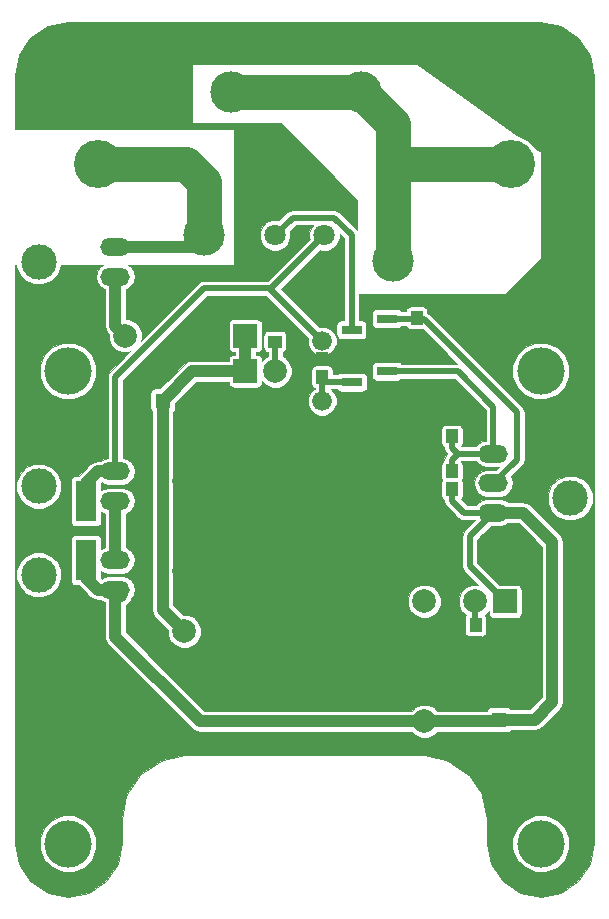
<source format=gbr>
G04 #@! TF.FileFunction,Copper,L2,Bot,Signal*
%FSLAX46Y46*%
G04 Gerber Fmt 4.6, Leading zero omitted, Abs format (unit mm)*
G04 Created by KiCad (PCBNEW 4.0.6) date 03/31/17 17:09:16*
%MOMM*%
%LPD*%
G01*
G04 APERTURE LIST*
%ADD10C,0.100000*%
%ADD11C,1.300000*%
%ADD12R,1.300000X1.300000*%
%ADD13R,1.800860X3.500120*%
%ADD14C,4.064000*%
%ADD15O,2.500000X1.500000*%
%ADD16C,3.000000*%
%ADD17R,1.800860X0.800100*%
%ADD18C,3.500000*%
%ADD19C,1.800000*%
%ADD20C,1.998980*%
%ADD21R,1.998980X1.998980*%
%ADD22R,2.000000X2.000000*%
%ADD23C,2.000000*%
%ADD24C,1.676400*%
%ADD25R,1.000000X1.150000*%
%ADD26R,1.150000X1.000000*%
%ADD27C,4.000000*%
%ADD28C,0.500000*%
%ADD29C,1.000000*%
%ADD30C,0.250000*%
%ADD31C,3.000000*%
%ADD32C,0.026000*%
G04 APERTURE END LIST*
D10*
D11*
X16500000Y-32500000D03*
D12*
X13000000Y-32500000D03*
D11*
X41500000Y-57000000D03*
D12*
X41500000Y-59500000D03*
D13*
X6500000Y-45999360D03*
X6500000Y-41000640D03*
D14*
X7500000Y-12500000D03*
X7500000Y-5000000D03*
X42500000Y-12500000D03*
X42500000Y-5000000D03*
D15*
X9000000Y-46000000D03*
X9000000Y-48500000D03*
D16*
X2500000Y-47250000D03*
D15*
X9000000Y-38500000D03*
X9000000Y-41000000D03*
D16*
X2500000Y-39750000D03*
D15*
X41000000Y-44500000D03*
X41000000Y-42000000D03*
X41000000Y-39500000D03*
X41000000Y-37000000D03*
D16*
X47500000Y-40750000D03*
D17*
X32001140Y-25550000D03*
X32001140Y-27450000D03*
X28998860Y-26500000D03*
X28998860Y-30950000D03*
X28998860Y-29050000D03*
X32001140Y-30000000D03*
D18*
X16500000Y-18500000D03*
D19*
X26700000Y-18500000D03*
X22500000Y-18500000D03*
D18*
X32500000Y-20700000D03*
X18800000Y-6400000D03*
X29800000Y-6400000D03*
D15*
X9000000Y-19500000D03*
X9000000Y-22000000D03*
D16*
X2500000Y-20750000D03*
D20*
X9840000Y-27002540D03*
D21*
X20000000Y-27002540D03*
D22*
X20000000Y-30000000D03*
D23*
X22540000Y-30000000D03*
D22*
X42000000Y-49500000D03*
D23*
X39460000Y-49500000D03*
D24*
X26500000Y-32540000D03*
X26500000Y-27460000D03*
D23*
X14840000Y-52040000D03*
X14840000Y-46960000D03*
X14840000Y-39340000D03*
X35160000Y-39340000D03*
X35160000Y-49500000D03*
X35160000Y-59660000D03*
D25*
X34500000Y-25500000D03*
X34500000Y-27000000D03*
X26500000Y-29000000D03*
X26500000Y-30500000D03*
X37500000Y-40000000D03*
X37500000Y-38500000D03*
X37500000Y-35500000D03*
X37500000Y-34000000D03*
D26*
X22500000Y-27500000D03*
X24000000Y-27500000D03*
D25*
X39500000Y-51500000D03*
X39500000Y-53000000D03*
D27*
X45000000Y-70000000D03*
X5000000Y-70000000D03*
X5000000Y-30000000D03*
X45000000Y-30000000D03*
D28*
X30500000Y-27500000D02*
X30500000Y-24500000D01*
X30500000Y-24500000D02*
X31000000Y-24000000D01*
X43000000Y-24000000D02*
X47000000Y-20000000D01*
X31000000Y-24000000D02*
X43000000Y-24000000D01*
X24500000Y-29000000D02*
X24500000Y-31500000D01*
X23500000Y-32500000D02*
X16500000Y-32500000D01*
X24500000Y-31500000D02*
X23500000Y-32500000D01*
X24000000Y-27500000D02*
X24000000Y-28500000D01*
X24500000Y-29000000D02*
X26500000Y-29000000D01*
X24000000Y-28500000D02*
X24500000Y-29000000D01*
X39500000Y-53000000D02*
X39500000Y-57000000D01*
X39500000Y-57000000D02*
X39500000Y-56500000D01*
X39500000Y-56500000D02*
X39500000Y-57000000D01*
X37500000Y-34000000D02*
X36000000Y-34000000D01*
X35160000Y-34840000D02*
X35160000Y-39340000D01*
X36000000Y-34000000D02*
X35160000Y-34840000D01*
X34500000Y-27000000D02*
X34050000Y-27450000D01*
X34050000Y-27450000D02*
X32001140Y-27450000D01*
D29*
X41500000Y-57000000D02*
X39500000Y-57000000D01*
X39500000Y-57000000D02*
X39500000Y-57000000D01*
X39500000Y-57000000D02*
X24880000Y-57000000D01*
X24880000Y-57000000D02*
X14840000Y-46960000D01*
X43500000Y-44500000D02*
X44500000Y-45500000D01*
X44500000Y-45500000D02*
X44500000Y-56000000D01*
X43500000Y-57000000D02*
X41500000Y-57000000D01*
X44500000Y-56000000D02*
X43500000Y-57000000D01*
X41000000Y-44500000D02*
X43500000Y-44500000D01*
X35160000Y-39340000D02*
X31500000Y-39340000D01*
X31500000Y-39340000D02*
X14840000Y-39340000D01*
X14840000Y-46960000D02*
X14840000Y-39340000D01*
X14840000Y-39340000D02*
X16500000Y-37680000D01*
X16500000Y-37680000D02*
X16500000Y-32500000D01*
D28*
X30500000Y-28000000D02*
X30500000Y-27500000D01*
X47000000Y-9500000D02*
X42500000Y-5000000D01*
X47000000Y-20000000D02*
X47000000Y-9500000D01*
D29*
X28998860Y-29050000D02*
X29450000Y-29050000D01*
X29450000Y-29050000D02*
X30500000Y-28000000D01*
X30500000Y-28000000D02*
X31050000Y-27450000D01*
X31050000Y-27450000D02*
X32001140Y-27450000D01*
X26500000Y-29100000D02*
X28948860Y-29100000D01*
X28948860Y-29100000D02*
X28998860Y-29050000D01*
D28*
X26550000Y-29050000D02*
X26500000Y-29100000D01*
D30*
X31550000Y-27450000D02*
X32001140Y-27450000D01*
D31*
X7500000Y-5000000D02*
X10000000Y-2500000D01*
X40000000Y-2500000D02*
X42500000Y-5000000D01*
X10000000Y-2500000D02*
X40000000Y-2500000D01*
D29*
X13000000Y-32500000D02*
X13000000Y-50200000D01*
X13000000Y-50200000D02*
X14840000Y-52040000D01*
X13000000Y-32500000D02*
X15500000Y-30000000D01*
X15500000Y-30000000D02*
X20000000Y-30000000D01*
X20000000Y-27002540D02*
X20000000Y-30000000D01*
D28*
X41000000Y-42000000D02*
X38500000Y-42000000D01*
X37500000Y-41000000D02*
X37500000Y-40000000D01*
X38500000Y-42000000D02*
X37500000Y-41000000D01*
X42000000Y-49500000D02*
X39000000Y-46500000D01*
X39000000Y-44000000D02*
X41000000Y-42000000D01*
X39000000Y-46500000D02*
X39000000Y-44000000D01*
D29*
X41500000Y-59500000D02*
X44500000Y-59500000D01*
X46000000Y-58000000D02*
X46000000Y-44500000D01*
X44500000Y-59500000D02*
X46000000Y-58000000D01*
X43500000Y-42000000D02*
X41000000Y-42000000D01*
X46000000Y-44500000D02*
X43500000Y-42000000D01*
X41340000Y-59660000D02*
X41500000Y-59500000D01*
X35160000Y-59660000D02*
X41340000Y-59660000D01*
X35160000Y-59660000D02*
X16160000Y-59660000D01*
X9000000Y-52500000D02*
X9000000Y-48500000D01*
X16160000Y-59660000D02*
X9000000Y-52500000D01*
X9000000Y-48500000D02*
X9500000Y-49000000D01*
X6500000Y-45999360D02*
X6500000Y-47500000D01*
X7500000Y-48500000D02*
X9000000Y-48500000D01*
X6500000Y-47500000D02*
X7500000Y-48500000D01*
D28*
X22040000Y-23000000D02*
X22200000Y-23000000D01*
X22200000Y-23000000D02*
X26700000Y-18500000D01*
X9000000Y-38500000D02*
X9000000Y-30500000D01*
X22040000Y-23000000D02*
X26500000Y-27460000D01*
X16500000Y-23000000D02*
X22040000Y-23000000D01*
X9000000Y-30500000D02*
X16500000Y-23000000D01*
D29*
X6500000Y-41000640D02*
X6500000Y-39500000D01*
X6500000Y-39500000D02*
X7500000Y-38500000D01*
X7500000Y-38500000D02*
X9000000Y-38500000D01*
X9000000Y-19500000D02*
X15500000Y-19500000D01*
X15500000Y-19500000D02*
X16500000Y-18500000D01*
D31*
X7500000Y-12500000D02*
X15000000Y-12500000D01*
X16500000Y-14000000D02*
X16500000Y-18500000D01*
X15000000Y-12500000D02*
X16500000Y-14000000D01*
D28*
X22540000Y-30000000D02*
X22540000Y-27540000D01*
X22540000Y-27540000D02*
X22500000Y-27500000D01*
X22540000Y-27560000D02*
X22600000Y-27500000D01*
X39460000Y-49500000D02*
X39460000Y-51460000D01*
X39460000Y-51460000D02*
X39500000Y-51500000D01*
X39460000Y-51560000D02*
X39500000Y-51600000D01*
D31*
X42500000Y-12500000D02*
X32500000Y-12500000D01*
X29800000Y-6400000D02*
X32500000Y-9100000D01*
X32500000Y-9100000D02*
X32500000Y-12500000D01*
X32500000Y-12500000D02*
X32500000Y-20700000D01*
X18800000Y-6400000D02*
X29800000Y-6400000D01*
D29*
X9000000Y-41000000D02*
X9000000Y-46000000D01*
D28*
X43000000Y-33500000D02*
X43000000Y-37500000D01*
X35100000Y-25600000D02*
X43000000Y-33500000D01*
X34500000Y-25600000D02*
X35100000Y-25600000D01*
X43000000Y-37500000D02*
X41000000Y-39500000D01*
X32001140Y-25550000D02*
X34450000Y-25550000D01*
X34450000Y-25550000D02*
X34500000Y-25600000D01*
X37500000Y-35500000D02*
X37500000Y-36500000D01*
X37500000Y-36500000D02*
X38000000Y-37000000D01*
X37500000Y-38500000D02*
X37500000Y-37500000D01*
X38000000Y-37000000D02*
X41000000Y-37000000D01*
X37500000Y-37500000D02*
X38000000Y-37000000D01*
X41000000Y-37000000D02*
X41000000Y-33000000D01*
X38000000Y-30000000D02*
X41000000Y-33000000D01*
X38000000Y-30000000D02*
X32001140Y-30000000D01*
X28998860Y-26500000D02*
X28998860Y-18498860D01*
X24000000Y-17000000D02*
X22500000Y-18500000D01*
X27500000Y-17000000D02*
X24000000Y-17000000D01*
X28998860Y-18498860D02*
X27500000Y-17000000D01*
X26500000Y-32540000D02*
X26500000Y-30900000D01*
X26500000Y-30900000D02*
X28948860Y-30900000D01*
X28948860Y-30900000D02*
X28998860Y-30950000D01*
D29*
X9000000Y-22000000D02*
X9000000Y-26162540D01*
X9000000Y-26162540D02*
X9840000Y-27002540D01*
D32*
G36*
X46730813Y-821449D02*
X48198125Y-1801875D01*
X49178551Y-3269187D01*
X49532000Y-5046096D01*
X49532000Y-69953904D01*
X49178551Y-71730813D01*
X48198125Y-73198125D01*
X46730813Y-74178551D01*
X45000000Y-74522831D01*
X43269187Y-74178551D01*
X41801875Y-73198125D01*
X40821449Y-71730813D01*
X40571436Y-70473909D01*
X42606585Y-70473909D01*
X42970130Y-71353755D01*
X43642704Y-72027504D01*
X44521915Y-72392584D01*
X45473909Y-72393415D01*
X46353755Y-72029870D01*
X47027504Y-71357296D01*
X47392584Y-70478085D01*
X47393415Y-69526091D01*
X47029870Y-68646245D01*
X46357296Y-67972496D01*
X45478085Y-67607416D01*
X44526091Y-67606585D01*
X43646245Y-67970130D01*
X42972496Y-68642704D01*
X42607416Y-69521915D01*
X42606585Y-70473909D01*
X40571436Y-70473909D01*
X40468000Y-69953904D01*
X40468000Y-68000000D01*
X40459008Y-67954794D01*
X40459008Y-67908698D01*
X40078406Y-65995281D01*
X40008526Y-65826576D01*
X38924662Y-64204459D01*
X38795541Y-64075338D01*
X37173424Y-62991474D01*
X37004719Y-62921594D01*
X35091302Y-62540992D01*
X35045206Y-62540992D01*
X35000000Y-62532000D01*
X15000000Y-62532000D01*
X14954794Y-62540992D01*
X14908698Y-62540992D01*
X12995281Y-62921594D01*
X12826576Y-62991474D01*
X11204459Y-64075338D01*
X11075338Y-64204459D01*
X9991474Y-65826576D01*
X9921594Y-65995281D01*
X9540992Y-67908698D01*
X9540992Y-67954794D01*
X9532000Y-68000000D01*
X9532000Y-69953904D01*
X9178551Y-71730813D01*
X8198125Y-73198125D01*
X6730813Y-74178551D01*
X5000000Y-74522831D01*
X3269187Y-74178551D01*
X1801875Y-73198125D01*
X821449Y-71730813D01*
X571436Y-70473909D01*
X2606585Y-70473909D01*
X2970130Y-71353755D01*
X3642704Y-72027504D01*
X4521915Y-72392584D01*
X5473909Y-72393415D01*
X6353755Y-72029870D01*
X7027504Y-71357296D01*
X7392584Y-70478085D01*
X7393415Y-69526091D01*
X7029870Y-68646245D01*
X6357296Y-67972496D01*
X5478085Y-67607416D01*
X4526091Y-67606585D01*
X3646245Y-67970130D01*
X2972496Y-68642704D01*
X2607416Y-69521915D01*
X2606585Y-70473909D01*
X571436Y-70473909D01*
X468000Y-69953904D01*
X468000Y-47624889D01*
X606672Y-47624889D01*
X894257Y-48320897D01*
X1426302Y-48853871D01*
X2121807Y-49142671D01*
X2874889Y-49143328D01*
X3570897Y-48855743D01*
X4103871Y-48323698D01*
X4392671Y-47628193D01*
X4393328Y-46875111D01*
X4105743Y-46179103D01*
X3573698Y-45646129D01*
X2878193Y-45357329D01*
X2125111Y-45356672D01*
X1429103Y-45644257D01*
X896129Y-46176302D01*
X607329Y-46871807D01*
X606672Y-47624889D01*
X468000Y-47624889D01*
X468000Y-40124889D01*
X606672Y-40124889D01*
X894257Y-40820897D01*
X1426302Y-41353871D01*
X2121807Y-41642671D01*
X2874889Y-41643328D01*
X3570897Y-41355743D01*
X4103871Y-40823698D01*
X4392671Y-40128193D01*
X4393328Y-39375111D01*
X4105743Y-38679103D01*
X3573698Y-38146129D01*
X2878193Y-37857329D01*
X2125111Y-37856672D01*
X1429103Y-38144257D01*
X896129Y-38676302D01*
X607329Y-39371807D01*
X606672Y-40124889D01*
X468000Y-40124889D01*
X468000Y-30473909D01*
X2606585Y-30473909D01*
X2970130Y-31353755D01*
X3642704Y-32027504D01*
X4521915Y-32392584D01*
X5473909Y-32393415D01*
X6353755Y-32029870D01*
X7027504Y-31357296D01*
X7392584Y-30478085D01*
X7393415Y-29526091D01*
X7029870Y-28646245D01*
X6357296Y-27972496D01*
X5478085Y-27607416D01*
X4526091Y-27606585D01*
X3646245Y-27970130D01*
X2972496Y-28642704D01*
X2607416Y-29521915D01*
X2606585Y-30473909D01*
X468000Y-30473909D01*
X468000Y-21013000D01*
X606770Y-21013000D01*
X606672Y-21124889D01*
X894257Y-21820897D01*
X1426302Y-22353871D01*
X2121807Y-22642671D01*
X2874889Y-22643328D01*
X3570897Y-22355743D01*
X4103871Y-21823698D01*
X4392671Y-21128193D01*
X4392771Y-21013000D01*
X7927148Y-21013000D01*
X7659589Y-21191777D01*
X7411818Y-21562593D01*
X7324812Y-22000000D01*
X7411818Y-22437407D01*
X7659589Y-22808223D01*
X8030405Y-23055994D01*
X8107000Y-23071230D01*
X8107000Y-26162540D01*
X8163012Y-26444130D01*
X8174976Y-26504276D01*
X8368554Y-26793986D01*
X8447623Y-26873055D01*
X8447269Y-27278308D01*
X8658816Y-27790291D01*
X9050188Y-28182347D01*
X9561802Y-28394787D01*
X10115768Y-28395271D01*
X10251453Y-28339207D01*
X8545330Y-30045330D01*
X8405945Y-30253934D01*
X8388480Y-30341736D01*
X8357000Y-30500000D01*
X8357000Y-37379042D01*
X8030405Y-37444006D01*
X7786467Y-37607000D01*
X7500000Y-37607000D01*
X7158264Y-37674976D01*
X6868554Y-37868553D01*
X5887227Y-38849881D01*
X5599570Y-38849881D01*
X5453933Y-38877284D01*
X5320174Y-38963356D01*
X5230440Y-39094686D01*
X5198871Y-39250580D01*
X5198871Y-42750700D01*
X5226274Y-42896337D01*
X5312346Y-43030096D01*
X5443676Y-43119830D01*
X5599570Y-43151399D01*
X7400430Y-43151399D01*
X7546067Y-43123996D01*
X7679826Y-43037924D01*
X7769560Y-42906594D01*
X7801129Y-42750700D01*
X7801129Y-41902797D01*
X8030405Y-42055994D01*
X8107000Y-42071230D01*
X8107000Y-44928770D01*
X8030405Y-44944006D01*
X7801129Y-45097203D01*
X7801129Y-44249300D01*
X7773726Y-44103663D01*
X7687654Y-43969904D01*
X7556324Y-43880170D01*
X7400430Y-43848601D01*
X5599570Y-43848601D01*
X5453933Y-43876004D01*
X5320174Y-43962076D01*
X5230440Y-44093406D01*
X5198871Y-44249300D01*
X5198871Y-47749420D01*
X5226274Y-47895057D01*
X5312346Y-48028816D01*
X5443676Y-48118550D01*
X5599570Y-48150119D01*
X5887227Y-48150119D01*
X6868554Y-49131447D01*
X7158264Y-49325024D01*
X7500000Y-49393000D01*
X7786467Y-49393000D01*
X8030405Y-49555994D01*
X8107000Y-49571230D01*
X8107000Y-52500000D01*
X8141103Y-52671446D01*
X8174976Y-52841736D01*
X8368554Y-53131446D01*
X15528554Y-60291446D01*
X15818264Y-60485024D01*
X16160000Y-60553000D01*
X34083161Y-60553000D01*
X34369899Y-60840239D01*
X34881700Y-61052757D01*
X35435869Y-61053241D01*
X35948040Y-60841616D01*
X36237160Y-60553000D01*
X41340000Y-60553000D01*
X41351568Y-60550699D01*
X42150000Y-60550699D01*
X42295637Y-60523296D01*
X42429396Y-60437224D01*
X42459613Y-60393000D01*
X44500000Y-60393000D01*
X44841736Y-60325024D01*
X45131446Y-60131446D01*
X46631446Y-58631447D01*
X46825024Y-58341736D01*
X46893000Y-58000000D01*
X46893000Y-44500000D01*
X46825024Y-44158264D01*
X46631446Y-43868554D01*
X44131446Y-41368554D01*
X43841736Y-41174976D01*
X43589934Y-41124889D01*
X45606672Y-41124889D01*
X45894257Y-41820897D01*
X46426302Y-42353871D01*
X47121807Y-42642671D01*
X47874889Y-42643328D01*
X48570897Y-42355743D01*
X49103871Y-41823698D01*
X49392671Y-41128193D01*
X49393328Y-40375111D01*
X49105743Y-39679103D01*
X48573698Y-39146129D01*
X47878193Y-38857329D01*
X47125111Y-38856672D01*
X46429103Y-39144257D01*
X45896129Y-39676302D01*
X45607329Y-40371807D01*
X45606672Y-41124889D01*
X43589934Y-41124889D01*
X43500000Y-41107000D01*
X42213533Y-41107000D01*
X41969595Y-40944006D01*
X41532188Y-40857000D01*
X40467812Y-40857000D01*
X40030405Y-40944006D01*
X39659589Y-41191777D01*
X39549191Y-41357000D01*
X38766339Y-41357000D01*
X38274630Y-40865291D01*
X38279396Y-40862224D01*
X38369130Y-40730894D01*
X38400699Y-40575000D01*
X38400699Y-39425000D01*
X38373296Y-39279363D01*
X38355213Y-39251262D01*
X38369130Y-39230894D01*
X38400699Y-39075000D01*
X38400699Y-37925000D01*
X38373296Y-37779363D01*
X38287224Y-37645604D01*
X38283413Y-37643000D01*
X39549191Y-37643000D01*
X39659589Y-37808223D01*
X40030405Y-38055994D01*
X40467812Y-38143000D01*
X41447660Y-38143000D01*
X41233660Y-38357000D01*
X40467812Y-38357000D01*
X40030405Y-38444006D01*
X39659589Y-38691777D01*
X39411818Y-39062593D01*
X39324812Y-39500000D01*
X39411818Y-39937407D01*
X39659589Y-40308223D01*
X40030405Y-40555994D01*
X40467812Y-40643000D01*
X41532188Y-40643000D01*
X41969595Y-40555994D01*
X42340411Y-40308223D01*
X42588182Y-39937407D01*
X42675188Y-39500000D01*
X42588182Y-39062593D01*
X42491477Y-38917863D01*
X43454670Y-37954670D01*
X43571806Y-37779363D01*
X43594055Y-37746065D01*
X43643000Y-37500000D01*
X43643000Y-33500000D01*
X43594055Y-33253935D01*
X43454670Y-33045330D01*
X40883249Y-30473909D01*
X42606585Y-30473909D01*
X42970130Y-31353755D01*
X43642704Y-32027504D01*
X44521915Y-32392584D01*
X45473909Y-32393415D01*
X46353755Y-32029870D01*
X47027504Y-31357296D01*
X47392584Y-30478085D01*
X47393415Y-29526091D01*
X47029870Y-28646245D01*
X46357296Y-27972496D01*
X45478085Y-27607416D01*
X44526091Y-27606585D01*
X43646245Y-27970130D01*
X42972496Y-28642704D01*
X42607416Y-29521915D01*
X42606585Y-30473909D01*
X40883249Y-30473909D01*
X35554670Y-25145330D01*
X35400699Y-25042450D01*
X35400699Y-24925000D01*
X35373296Y-24779363D01*
X35287224Y-24645604D01*
X35155894Y-24555870D01*
X35000000Y-24524301D01*
X34000000Y-24524301D01*
X33854363Y-24551704D01*
X33720604Y-24637776D01*
X33630870Y-24769106D01*
X33602946Y-24907000D01*
X33212246Y-24907000D01*
X33188794Y-24870554D01*
X33057464Y-24780820D01*
X32901570Y-24749251D01*
X31100710Y-24749251D01*
X30955073Y-24776654D01*
X30821314Y-24862726D01*
X30731580Y-24994056D01*
X30700011Y-25149950D01*
X30700011Y-25950050D01*
X30727414Y-26095687D01*
X30813486Y-26229446D01*
X30944816Y-26319180D01*
X31100710Y-26350749D01*
X32901570Y-26350749D01*
X33047207Y-26323346D01*
X33180966Y-26237274D01*
X33211217Y-26193000D01*
X33621504Y-26193000D01*
X33626704Y-26220637D01*
X33712776Y-26354396D01*
X33844106Y-26444130D01*
X34000000Y-26475699D01*
X35000000Y-26475699D01*
X35055850Y-26465190D01*
X37947660Y-29357000D01*
X33212246Y-29357000D01*
X33188794Y-29320554D01*
X33057464Y-29230820D01*
X32901570Y-29199251D01*
X31100710Y-29199251D01*
X30955073Y-29226654D01*
X30821314Y-29312726D01*
X30731580Y-29444056D01*
X30700011Y-29599950D01*
X30700011Y-30400050D01*
X30727414Y-30545687D01*
X30813486Y-30679446D01*
X30944816Y-30769180D01*
X31100710Y-30800749D01*
X32901570Y-30800749D01*
X33047207Y-30773346D01*
X33180966Y-30687274D01*
X33211217Y-30643000D01*
X37733660Y-30643000D01*
X40357000Y-33266339D01*
X40357000Y-35879042D01*
X40030405Y-35944006D01*
X39659589Y-36191777D01*
X39549191Y-36357000D01*
X38282965Y-36357000D01*
X38369130Y-36230894D01*
X38400699Y-36075000D01*
X38400699Y-34925000D01*
X38373296Y-34779363D01*
X38287224Y-34645604D01*
X38155894Y-34555870D01*
X38000000Y-34524301D01*
X37000000Y-34524301D01*
X36854363Y-34551704D01*
X36720604Y-34637776D01*
X36630870Y-34769106D01*
X36599301Y-34925000D01*
X36599301Y-36075000D01*
X36626704Y-36220637D01*
X36712776Y-36354396D01*
X36844106Y-36444130D01*
X36857000Y-36446741D01*
X36857000Y-36500000D01*
X36905945Y-36746066D01*
X37045330Y-36954670D01*
X37090660Y-37000000D01*
X37045330Y-37045330D01*
X36905945Y-37253934D01*
X36905945Y-37253935D01*
X36857000Y-37500000D01*
X36857000Y-37551208D01*
X36854363Y-37551704D01*
X36720604Y-37637776D01*
X36630870Y-37769106D01*
X36599301Y-37925000D01*
X36599301Y-39075000D01*
X36626704Y-39220637D01*
X36644787Y-39248738D01*
X36630870Y-39269106D01*
X36599301Y-39425000D01*
X36599301Y-40575000D01*
X36626704Y-40720637D01*
X36712776Y-40854396D01*
X36844106Y-40944130D01*
X36857000Y-40946741D01*
X36857000Y-41000000D01*
X36905945Y-41246066D01*
X37045330Y-41454670D01*
X38045328Y-42454667D01*
X38045330Y-42454670D01*
X38149632Y-42524362D01*
X38253934Y-42594055D01*
X38500000Y-42643001D01*
X38500005Y-42643000D01*
X39447660Y-42643000D01*
X38545330Y-43545330D01*
X38405945Y-43753934D01*
X38405945Y-43753935D01*
X38357000Y-44000000D01*
X38357000Y-46500000D01*
X38405945Y-46746066D01*
X38545330Y-46954670D01*
X39697868Y-48107208D01*
X39184131Y-48106759D01*
X38671960Y-48318384D01*
X38279761Y-48709899D01*
X38067243Y-49221700D01*
X38066759Y-49775869D01*
X38278384Y-50288040D01*
X38669899Y-50680239D01*
X38686796Y-50687255D01*
X38630870Y-50769106D01*
X38599301Y-50925000D01*
X38599301Y-52075000D01*
X38626704Y-52220637D01*
X38712776Y-52354396D01*
X38844106Y-52444130D01*
X39000000Y-52475699D01*
X40000000Y-52475699D01*
X40145637Y-52448296D01*
X40279396Y-52362224D01*
X40369130Y-52230894D01*
X40400699Y-52075000D01*
X40400699Y-50925000D01*
X40373296Y-50779363D01*
X40287224Y-50645604D01*
X40285378Y-50644343D01*
X40599301Y-50330968D01*
X40599301Y-50500000D01*
X40626704Y-50645637D01*
X40712776Y-50779396D01*
X40844106Y-50869130D01*
X41000000Y-50900699D01*
X43000000Y-50900699D01*
X43145637Y-50873296D01*
X43279396Y-50787224D01*
X43369130Y-50655894D01*
X43400699Y-50500000D01*
X43400699Y-48500000D01*
X43373296Y-48354363D01*
X43287224Y-48220604D01*
X43155894Y-48130870D01*
X43000000Y-48099301D01*
X41508640Y-48099301D01*
X39643000Y-46233660D01*
X39643000Y-44266340D01*
X40766340Y-43143000D01*
X41532188Y-43143000D01*
X41969595Y-43055994D01*
X42213533Y-42893000D01*
X43130108Y-42893000D01*
X45107000Y-44869892D01*
X45107000Y-57630107D01*
X44130108Y-58607000D01*
X42460644Y-58607000D01*
X42437224Y-58570604D01*
X42305894Y-58480870D01*
X42150000Y-58449301D01*
X40850000Y-58449301D01*
X40704363Y-58476704D01*
X40570604Y-58562776D01*
X40480870Y-58694106D01*
X40466109Y-58767000D01*
X36236839Y-58767000D01*
X35950101Y-58479761D01*
X35438300Y-58267243D01*
X34884131Y-58266759D01*
X34371960Y-58478384D01*
X34082840Y-58767000D01*
X16529892Y-58767000D01*
X9893000Y-52130108D01*
X9893000Y-49790771D01*
X10131447Y-49631447D01*
X10325024Y-49341736D01*
X10330353Y-49314943D01*
X10340411Y-49308223D01*
X10588182Y-48937407D01*
X10675188Y-48500000D01*
X10588182Y-48062593D01*
X10340411Y-47691777D01*
X9969595Y-47444006D01*
X9532188Y-47357000D01*
X8467812Y-47357000D01*
X8030405Y-47444006D01*
X7836477Y-47573584D01*
X7801129Y-47538236D01*
X7801129Y-46902797D01*
X8030405Y-47055994D01*
X8467812Y-47143000D01*
X9532188Y-47143000D01*
X9969595Y-47055994D01*
X10340411Y-46808223D01*
X10588182Y-46437407D01*
X10675188Y-46000000D01*
X10588182Y-45562593D01*
X10340411Y-45191777D01*
X9969595Y-44944006D01*
X9893000Y-44928770D01*
X9893000Y-42071230D01*
X9969595Y-42055994D01*
X10340411Y-41808223D01*
X10588182Y-41437407D01*
X10675188Y-41000000D01*
X10588182Y-40562593D01*
X10340411Y-40191777D01*
X9969595Y-39944006D01*
X9532188Y-39857000D01*
X8467812Y-39857000D01*
X8030405Y-39944006D01*
X7801129Y-40097203D01*
X7801129Y-39461764D01*
X7836477Y-39426416D01*
X8030405Y-39555994D01*
X8467812Y-39643000D01*
X9532188Y-39643000D01*
X9969595Y-39555994D01*
X10340411Y-39308223D01*
X10588182Y-38937407D01*
X10675188Y-38500000D01*
X10588182Y-38062593D01*
X10340411Y-37691777D01*
X9969595Y-37444006D01*
X9643000Y-37379042D01*
X9643000Y-31850000D01*
X11949301Y-31850000D01*
X11949301Y-33150000D01*
X11976704Y-33295637D01*
X12062776Y-33429396D01*
X12107000Y-33459613D01*
X12107000Y-50200000D01*
X12166674Y-50500000D01*
X12174976Y-50541736D01*
X12368554Y-50831446D01*
X13447113Y-51910005D01*
X13446759Y-52315869D01*
X13658384Y-52828040D01*
X14049899Y-53220239D01*
X14561700Y-53432757D01*
X15115869Y-53433241D01*
X15628040Y-53221616D01*
X16020239Y-52830101D01*
X16232757Y-52318300D01*
X16233241Y-51764131D01*
X16021616Y-51251960D01*
X15630101Y-50859761D01*
X15118300Y-50647243D01*
X14709778Y-50646886D01*
X13893000Y-49830108D01*
X13893000Y-49775869D01*
X33766759Y-49775869D01*
X33978384Y-50288040D01*
X34369899Y-50680239D01*
X34881700Y-50892757D01*
X35435869Y-50893241D01*
X35948040Y-50681616D01*
X36340239Y-50290101D01*
X36552757Y-49778300D01*
X36553241Y-49224131D01*
X36341616Y-48711960D01*
X35950101Y-48319761D01*
X35438300Y-48107243D01*
X34884131Y-48106759D01*
X34371960Y-48318384D01*
X33979761Y-48709899D01*
X33767243Y-49221700D01*
X33766759Y-49775869D01*
X13893000Y-49775869D01*
X13893000Y-33460644D01*
X13929396Y-33437224D01*
X14019130Y-33305894D01*
X14050699Y-33150000D01*
X14050699Y-32783826D01*
X25268586Y-32783826D01*
X25455631Y-33236508D01*
X25801670Y-33583152D01*
X26254025Y-33770986D01*
X26743826Y-33771414D01*
X27196508Y-33584369D01*
X27543152Y-33238330D01*
X27730986Y-32785975D01*
X27731414Y-32296174D01*
X27544369Y-31843492D01*
X27244401Y-31543000D01*
X27755579Y-31543000D01*
X27811206Y-31629446D01*
X27942536Y-31719180D01*
X28098430Y-31750749D01*
X29899290Y-31750749D01*
X30044927Y-31723346D01*
X30178686Y-31637274D01*
X30268420Y-31505944D01*
X30299989Y-31350050D01*
X30299989Y-30549950D01*
X30272586Y-30404313D01*
X30186514Y-30270554D01*
X30055184Y-30180820D01*
X29899290Y-30149251D01*
X28098430Y-30149251D01*
X27952793Y-30176654D01*
X27827932Y-30257000D01*
X27400699Y-30257000D01*
X27400699Y-29925000D01*
X27373296Y-29779363D01*
X27287224Y-29645604D01*
X27155894Y-29555870D01*
X27000000Y-29524301D01*
X26000000Y-29524301D01*
X25854363Y-29551704D01*
X25720604Y-29637776D01*
X25630870Y-29769106D01*
X25599301Y-29925000D01*
X25599301Y-31075000D01*
X25626704Y-31220637D01*
X25712776Y-31354396D01*
X25844106Y-31444130D01*
X25857000Y-31446741D01*
X25857000Y-31473522D01*
X25803492Y-31495631D01*
X25456848Y-31841670D01*
X25269014Y-32294025D01*
X25268586Y-32783826D01*
X14050699Y-32783826D01*
X14050699Y-32712193D01*
X15869892Y-30893000D01*
X18599301Y-30893000D01*
X18599301Y-31000000D01*
X18626704Y-31145637D01*
X18712776Y-31279396D01*
X18844106Y-31369130D01*
X19000000Y-31400699D01*
X21000000Y-31400699D01*
X21145637Y-31373296D01*
X21279396Y-31287224D01*
X21369130Y-31155894D01*
X21400699Y-31000000D01*
X21400699Y-30830429D01*
X21749899Y-31180239D01*
X22261700Y-31392757D01*
X22815869Y-31393241D01*
X23328040Y-31181616D01*
X23720239Y-30790101D01*
X23932757Y-30278300D01*
X23933241Y-29724131D01*
X23721616Y-29211960D01*
X23330101Y-28819761D01*
X23183000Y-28758679D01*
X23183000Y-28380378D01*
X23220637Y-28373296D01*
X23354396Y-28287224D01*
X23444130Y-28155894D01*
X23475699Y-28000000D01*
X23475699Y-27000000D01*
X23448296Y-26854363D01*
X23362224Y-26720604D01*
X23230894Y-26630870D01*
X23075000Y-26599301D01*
X21925000Y-26599301D01*
X21779363Y-26626704D01*
X21645604Y-26712776D01*
X21555870Y-26844106D01*
X21524301Y-27000000D01*
X21524301Y-28000000D01*
X21551704Y-28145637D01*
X21637776Y-28279396D01*
X21769106Y-28369130D01*
X21897000Y-28395029D01*
X21897000Y-28758455D01*
X21751960Y-28818384D01*
X21400699Y-29169032D01*
X21400699Y-29000000D01*
X21373296Y-28854363D01*
X21287224Y-28720604D01*
X21155894Y-28630870D01*
X21000000Y-28599301D01*
X20893000Y-28599301D01*
X20893000Y-28402729D01*
X20999490Y-28402729D01*
X21145127Y-28375326D01*
X21278886Y-28289254D01*
X21368620Y-28157924D01*
X21400189Y-28002030D01*
X21400189Y-26003050D01*
X21372786Y-25857413D01*
X21286714Y-25723654D01*
X21155384Y-25633920D01*
X20999490Y-25602351D01*
X19000510Y-25602351D01*
X18854873Y-25629754D01*
X18721114Y-25715826D01*
X18631380Y-25847156D01*
X18599811Y-26003050D01*
X18599811Y-28002030D01*
X18627214Y-28147667D01*
X18713286Y-28281426D01*
X18844616Y-28371160D01*
X19000510Y-28402729D01*
X19107000Y-28402729D01*
X19107000Y-28599301D01*
X19000000Y-28599301D01*
X18854363Y-28626704D01*
X18720604Y-28712776D01*
X18630870Y-28844106D01*
X18599301Y-29000000D01*
X18599301Y-29107000D01*
X15500000Y-29107000D01*
X15158264Y-29174976D01*
X14868554Y-29368554D01*
X12787807Y-31449301D01*
X12350000Y-31449301D01*
X12204363Y-31476704D01*
X12070604Y-31562776D01*
X11980870Y-31694106D01*
X11949301Y-31850000D01*
X9643000Y-31850000D01*
X9643000Y-30766340D01*
X16766339Y-23643000D01*
X21773660Y-23643000D01*
X25291216Y-27160556D01*
X25269014Y-27214025D01*
X25268586Y-27703826D01*
X25455631Y-28156508D01*
X25801670Y-28503152D01*
X26254025Y-28690986D01*
X26743826Y-28691414D01*
X27196508Y-28504369D01*
X27543152Y-28158330D01*
X27730986Y-27705975D01*
X27731414Y-27216174D01*
X27544369Y-26763492D01*
X27198330Y-26416848D01*
X26745975Y-26229014D01*
X26256174Y-26228586D01*
X26200804Y-26251465D01*
X23029340Y-23080000D01*
X26353274Y-19756066D01*
X26441678Y-19792775D01*
X26956065Y-19793224D01*
X27431469Y-19596791D01*
X27795513Y-19233382D01*
X27992775Y-18758322D01*
X27993086Y-18402426D01*
X28355860Y-18765200D01*
X28355860Y-25699251D01*
X28098430Y-25699251D01*
X27952793Y-25726654D01*
X27819034Y-25812726D01*
X27729300Y-25944056D01*
X27697731Y-26099950D01*
X27697731Y-26900050D01*
X27725134Y-27045687D01*
X27811206Y-27179446D01*
X27942536Y-27269180D01*
X28098430Y-27300749D01*
X29899290Y-27300749D01*
X30044927Y-27273346D01*
X30178686Y-27187274D01*
X30268420Y-27055944D01*
X30299989Y-26900050D01*
X30299989Y-26099950D01*
X30272586Y-25954313D01*
X30186514Y-25820554D01*
X30055184Y-25730820D01*
X29899290Y-25699251D01*
X29641860Y-25699251D01*
X29641860Y-23513000D01*
X42000000Y-23513000D01*
X42005058Y-23511976D01*
X42009192Y-23509192D01*
X45009192Y-20509192D01*
X45012045Y-20504892D01*
X45013000Y-20500000D01*
X45013000Y-11500000D01*
X45011976Y-11494942D01*
X45007556Y-11489421D01*
X44580147Y-11184129D01*
X44557014Y-11128142D01*
X43875446Y-10445383D01*
X43088325Y-10118542D01*
X34507556Y-3989421D01*
X34502845Y-3987315D01*
X34500000Y-3987000D01*
X15500000Y-3987000D01*
X15494942Y-3988024D01*
X15490681Y-3990935D01*
X15487889Y-3995275D01*
X15487000Y-4000000D01*
X15487000Y-9000000D01*
X15488024Y-9005058D01*
X15490935Y-9009319D01*
X15495275Y-9012111D01*
X15500000Y-9013000D01*
X22994616Y-9013000D01*
X29487000Y-15505384D01*
X29487000Y-18094282D01*
X29453530Y-18044190D01*
X27954670Y-16545330D01*
X27746066Y-16405945D01*
X27500000Y-16357000D01*
X24000000Y-16357000D01*
X23753935Y-16405945D01*
X23545330Y-16545330D01*
X23545328Y-16545333D01*
X22846727Y-17243934D01*
X22758322Y-17207225D01*
X22243935Y-17206776D01*
X21768531Y-17403209D01*
X21404487Y-17766618D01*
X21207225Y-18241678D01*
X21206776Y-18756065D01*
X21403209Y-19231469D01*
X21766618Y-19595513D01*
X22241678Y-19792775D01*
X22756065Y-19793224D01*
X23231469Y-19596791D01*
X23595513Y-19233382D01*
X23792775Y-18758322D01*
X23793224Y-18243935D01*
X23755852Y-18153488D01*
X24266339Y-17643000D01*
X25728321Y-17643000D01*
X25604487Y-17766618D01*
X25407225Y-18241678D01*
X25406776Y-18756065D01*
X25444148Y-18846512D01*
X21933660Y-22357000D01*
X16500005Y-22357000D01*
X16500000Y-22356999D01*
X16253934Y-22405945D01*
X16189642Y-22448904D01*
X16045330Y-22545330D01*
X16045328Y-22545333D01*
X11177091Y-27413570D01*
X11232247Y-27280738D01*
X11232731Y-26726772D01*
X11021184Y-26214789D01*
X10629812Y-25822733D01*
X10118198Y-25610293D01*
X9893000Y-25610096D01*
X9893000Y-23071230D01*
X9969595Y-23055994D01*
X10340411Y-22808223D01*
X10588182Y-22437407D01*
X10675188Y-22000000D01*
X10588182Y-21562593D01*
X10340411Y-21191777D01*
X10072852Y-21013000D01*
X19000000Y-21013000D01*
X19005058Y-21011976D01*
X19009319Y-21009065D01*
X19012111Y-21004725D01*
X19013000Y-21000000D01*
X19013000Y-9500000D01*
X19011976Y-9494942D01*
X19009065Y-9490681D01*
X19004725Y-9487889D01*
X19000000Y-9487000D01*
X468000Y-9487000D01*
X468000Y-5046096D01*
X821449Y-3269187D01*
X1801875Y-1801875D01*
X3269187Y-821449D01*
X5046096Y-468000D01*
X44953904Y-468000D01*
X46730813Y-821449D01*
X46730813Y-821449D01*
G37*
X46730813Y-821449D02*
X48198125Y-1801875D01*
X49178551Y-3269187D01*
X49532000Y-5046096D01*
X49532000Y-69953904D01*
X49178551Y-71730813D01*
X48198125Y-73198125D01*
X46730813Y-74178551D01*
X45000000Y-74522831D01*
X43269187Y-74178551D01*
X41801875Y-73198125D01*
X40821449Y-71730813D01*
X40571436Y-70473909D01*
X42606585Y-70473909D01*
X42970130Y-71353755D01*
X43642704Y-72027504D01*
X44521915Y-72392584D01*
X45473909Y-72393415D01*
X46353755Y-72029870D01*
X47027504Y-71357296D01*
X47392584Y-70478085D01*
X47393415Y-69526091D01*
X47029870Y-68646245D01*
X46357296Y-67972496D01*
X45478085Y-67607416D01*
X44526091Y-67606585D01*
X43646245Y-67970130D01*
X42972496Y-68642704D01*
X42607416Y-69521915D01*
X42606585Y-70473909D01*
X40571436Y-70473909D01*
X40468000Y-69953904D01*
X40468000Y-68000000D01*
X40459008Y-67954794D01*
X40459008Y-67908698D01*
X40078406Y-65995281D01*
X40008526Y-65826576D01*
X38924662Y-64204459D01*
X38795541Y-64075338D01*
X37173424Y-62991474D01*
X37004719Y-62921594D01*
X35091302Y-62540992D01*
X35045206Y-62540992D01*
X35000000Y-62532000D01*
X15000000Y-62532000D01*
X14954794Y-62540992D01*
X14908698Y-62540992D01*
X12995281Y-62921594D01*
X12826576Y-62991474D01*
X11204459Y-64075338D01*
X11075338Y-64204459D01*
X9991474Y-65826576D01*
X9921594Y-65995281D01*
X9540992Y-67908698D01*
X9540992Y-67954794D01*
X9532000Y-68000000D01*
X9532000Y-69953904D01*
X9178551Y-71730813D01*
X8198125Y-73198125D01*
X6730813Y-74178551D01*
X5000000Y-74522831D01*
X3269187Y-74178551D01*
X1801875Y-73198125D01*
X821449Y-71730813D01*
X571436Y-70473909D01*
X2606585Y-70473909D01*
X2970130Y-71353755D01*
X3642704Y-72027504D01*
X4521915Y-72392584D01*
X5473909Y-72393415D01*
X6353755Y-72029870D01*
X7027504Y-71357296D01*
X7392584Y-70478085D01*
X7393415Y-69526091D01*
X7029870Y-68646245D01*
X6357296Y-67972496D01*
X5478085Y-67607416D01*
X4526091Y-67606585D01*
X3646245Y-67970130D01*
X2972496Y-68642704D01*
X2607416Y-69521915D01*
X2606585Y-70473909D01*
X571436Y-70473909D01*
X468000Y-69953904D01*
X468000Y-47624889D01*
X606672Y-47624889D01*
X894257Y-48320897D01*
X1426302Y-48853871D01*
X2121807Y-49142671D01*
X2874889Y-49143328D01*
X3570897Y-48855743D01*
X4103871Y-48323698D01*
X4392671Y-47628193D01*
X4393328Y-46875111D01*
X4105743Y-46179103D01*
X3573698Y-45646129D01*
X2878193Y-45357329D01*
X2125111Y-45356672D01*
X1429103Y-45644257D01*
X896129Y-46176302D01*
X607329Y-46871807D01*
X606672Y-47624889D01*
X468000Y-47624889D01*
X468000Y-40124889D01*
X606672Y-40124889D01*
X894257Y-40820897D01*
X1426302Y-41353871D01*
X2121807Y-41642671D01*
X2874889Y-41643328D01*
X3570897Y-41355743D01*
X4103871Y-40823698D01*
X4392671Y-40128193D01*
X4393328Y-39375111D01*
X4105743Y-38679103D01*
X3573698Y-38146129D01*
X2878193Y-37857329D01*
X2125111Y-37856672D01*
X1429103Y-38144257D01*
X896129Y-38676302D01*
X607329Y-39371807D01*
X606672Y-40124889D01*
X468000Y-40124889D01*
X468000Y-30473909D01*
X2606585Y-30473909D01*
X2970130Y-31353755D01*
X3642704Y-32027504D01*
X4521915Y-32392584D01*
X5473909Y-32393415D01*
X6353755Y-32029870D01*
X7027504Y-31357296D01*
X7392584Y-30478085D01*
X7393415Y-29526091D01*
X7029870Y-28646245D01*
X6357296Y-27972496D01*
X5478085Y-27607416D01*
X4526091Y-27606585D01*
X3646245Y-27970130D01*
X2972496Y-28642704D01*
X2607416Y-29521915D01*
X2606585Y-30473909D01*
X468000Y-30473909D01*
X468000Y-21013000D01*
X606770Y-21013000D01*
X606672Y-21124889D01*
X894257Y-21820897D01*
X1426302Y-22353871D01*
X2121807Y-22642671D01*
X2874889Y-22643328D01*
X3570897Y-22355743D01*
X4103871Y-21823698D01*
X4392671Y-21128193D01*
X4392771Y-21013000D01*
X7927148Y-21013000D01*
X7659589Y-21191777D01*
X7411818Y-21562593D01*
X7324812Y-22000000D01*
X7411818Y-22437407D01*
X7659589Y-22808223D01*
X8030405Y-23055994D01*
X8107000Y-23071230D01*
X8107000Y-26162540D01*
X8163012Y-26444130D01*
X8174976Y-26504276D01*
X8368554Y-26793986D01*
X8447623Y-26873055D01*
X8447269Y-27278308D01*
X8658816Y-27790291D01*
X9050188Y-28182347D01*
X9561802Y-28394787D01*
X10115768Y-28395271D01*
X10251453Y-28339207D01*
X8545330Y-30045330D01*
X8405945Y-30253934D01*
X8388480Y-30341736D01*
X8357000Y-30500000D01*
X8357000Y-37379042D01*
X8030405Y-37444006D01*
X7786467Y-37607000D01*
X7500000Y-37607000D01*
X7158264Y-37674976D01*
X6868554Y-37868553D01*
X5887227Y-38849881D01*
X5599570Y-38849881D01*
X5453933Y-38877284D01*
X5320174Y-38963356D01*
X5230440Y-39094686D01*
X5198871Y-39250580D01*
X5198871Y-42750700D01*
X5226274Y-42896337D01*
X5312346Y-43030096D01*
X5443676Y-43119830D01*
X5599570Y-43151399D01*
X7400430Y-43151399D01*
X7546067Y-43123996D01*
X7679826Y-43037924D01*
X7769560Y-42906594D01*
X7801129Y-42750700D01*
X7801129Y-41902797D01*
X8030405Y-42055994D01*
X8107000Y-42071230D01*
X8107000Y-44928770D01*
X8030405Y-44944006D01*
X7801129Y-45097203D01*
X7801129Y-44249300D01*
X7773726Y-44103663D01*
X7687654Y-43969904D01*
X7556324Y-43880170D01*
X7400430Y-43848601D01*
X5599570Y-43848601D01*
X5453933Y-43876004D01*
X5320174Y-43962076D01*
X5230440Y-44093406D01*
X5198871Y-44249300D01*
X5198871Y-47749420D01*
X5226274Y-47895057D01*
X5312346Y-48028816D01*
X5443676Y-48118550D01*
X5599570Y-48150119D01*
X5887227Y-48150119D01*
X6868554Y-49131447D01*
X7158264Y-49325024D01*
X7500000Y-49393000D01*
X7786467Y-49393000D01*
X8030405Y-49555994D01*
X8107000Y-49571230D01*
X8107000Y-52500000D01*
X8141103Y-52671446D01*
X8174976Y-52841736D01*
X8368554Y-53131446D01*
X15528554Y-60291446D01*
X15818264Y-60485024D01*
X16160000Y-60553000D01*
X34083161Y-60553000D01*
X34369899Y-60840239D01*
X34881700Y-61052757D01*
X35435869Y-61053241D01*
X35948040Y-60841616D01*
X36237160Y-60553000D01*
X41340000Y-60553000D01*
X41351568Y-60550699D01*
X42150000Y-60550699D01*
X42295637Y-60523296D01*
X42429396Y-60437224D01*
X42459613Y-60393000D01*
X44500000Y-60393000D01*
X44841736Y-60325024D01*
X45131446Y-60131446D01*
X46631446Y-58631447D01*
X46825024Y-58341736D01*
X46893000Y-58000000D01*
X46893000Y-44500000D01*
X46825024Y-44158264D01*
X46631446Y-43868554D01*
X44131446Y-41368554D01*
X43841736Y-41174976D01*
X43589934Y-41124889D01*
X45606672Y-41124889D01*
X45894257Y-41820897D01*
X46426302Y-42353871D01*
X47121807Y-42642671D01*
X47874889Y-42643328D01*
X48570897Y-42355743D01*
X49103871Y-41823698D01*
X49392671Y-41128193D01*
X49393328Y-40375111D01*
X49105743Y-39679103D01*
X48573698Y-39146129D01*
X47878193Y-38857329D01*
X47125111Y-38856672D01*
X46429103Y-39144257D01*
X45896129Y-39676302D01*
X45607329Y-40371807D01*
X45606672Y-41124889D01*
X43589934Y-41124889D01*
X43500000Y-41107000D01*
X42213533Y-41107000D01*
X41969595Y-40944006D01*
X41532188Y-40857000D01*
X40467812Y-40857000D01*
X40030405Y-40944006D01*
X39659589Y-41191777D01*
X39549191Y-41357000D01*
X38766339Y-41357000D01*
X38274630Y-40865291D01*
X38279396Y-40862224D01*
X38369130Y-40730894D01*
X38400699Y-40575000D01*
X38400699Y-39425000D01*
X38373296Y-39279363D01*
X38355213Y-39251262D01*
X38369130Y-39230894D01*
X38400699Y-39075000D01*
X38400699Y-37925000D01*
X38373296Y-37779363D01*
X38287224Y-37645604D01*
X38283413Y-37643000D01*
X39549191Y-37643000D01*
X39659589Y-37808223D01*
X40030405Y-38055994D01*
X40467812Y-38143000D01*
X41447660Y-38143000D01*
X41233660Y-38357000D01*
X40467812Y-38357000D01*
X40030405Y-38444006D01*
X39659589Y-38691777D01*
X39411818Y-39062593D01*
X39324812Y-39500000D01*
X39411818Y-39937407D01*
X39659589Y-40308223D01*
X40030405Y-40555994D01*
X40467812Y-40643000D01*
X41532188Y-40643000D01*
X41969595Y-40555994D01*
X42340411Y-40308223D01*
X42588182Y-39937407D01*
X42675188Y-39500000D01*
X42588182Y-39062593D01*
X42491477Y-38917863D01*
X43454670Y-37954670D01*
X43571806Y-37779363D01*
X43594055Y-37746065D01*
X43643000Y-37500000D01*
X43643000Y-33500000D01*
X43594055Y-33253935D01*
X43454670Y-33045330D01*
X40883249Y-30473909D01*
X42606585Y-30473909D01*
X42970130Y-31353755D01*
X43642704Y-32027504D01*
X44521915Y-32392584D01*
X45473909Y-32393415D01*
X46353755Y-32029870D01*
X47027504Y-31357296D01*
X47392584Y-30478085D01*
X47393415Y-29526091D01*
X47029870Y-28646245D01*
X46357296Y-27972496D01*
X45478085Y-27607416D01*
X44526091Y-27606585D01*
X43646245Y-27970130D01*
X42972496Y-28642704D01*
X42607416Y-29521915D01*
X42606585Y-30473909D01*
X40883249Y-30473909D01*
X35554670Y-25145330D01*
X35400699Y-25042450D01*
X35400699Y-24925000D01*
X35373296Y-24779363D01*
X35287224Y-24645604D01*
X35155894Y-24555870D01*
X35000000Y-24524301D01*
X34000000Y-24524301D01*
X33854363Y-24551704D01*
X33720604Y-24637776D01*
X33630870Y-24769106D01*
X33602946Y-24907000D01*
X33212246Y-24907000D01*
X33188794Y-24870554D01*
X33057464Y-24780820D01*
X32901570Y-24749251D01*
X31100710Y-24749251D01*
X30955073Y-24776654D01*
X30821314Y-24862726D01*
X30731580Y-24994056D01*
X30700011Y-25149950D01*
X30700011Y-25950050D01*
X30727414Y-26095687D01*
X30813486Y-26229446D01*
X30944816Y-26319180D01*
X31100710Y-26350749D01*
X32901570Y-26350749D01*
X33047207Y-26323346D01*
X33180966Y-26237274D01*
X33211217Y-26193000D01*
X33621504Y-26193000D01*
X33626704Y-26220637D01*
X33712776Y-26354396D01*
X33844106Y-26444130D01*
X34000000Y-26475699D01*
X35000000Y-26475699D01*
X35055850Y-26465190D01*
X37947660Y-29357000D01*
X33212246Y-29357000D01*
X33188794Y-29320554D01*
X33057464Y-29230820D01*
X32901570Y-29199251D01*
X31100710Y-29199251D01*
X30955073Y-29226654D01*
X30821314Y-29312726D01*
X30731580Y-29444056D01*
X30700011Y-29599950D01*
X30700011Y-30400050D01*
X30727414Y-30545687D01*
X30813486Y-30679446D01*
X30944816Y-30769180D01*
X31100710Y-30800749D01*
X32901570Y-30800749D01*
X33047207Y-30773346D01*
X33180966Y-30687274D01*
X33211217Y-30643000D01*
X37733660Y-30643000D01*
X40357000Y-33266339D01*
X40357000Y-35879042D01*
X40030405Y-35944006D01*
X39659589Y-36191777D01*
X39549191Y-36357000D01*
X38282965Y-36357000D01*
X38369130Y-36230894D01*
X38400699Y-36075000D01*
X38400699Y-34925000D01*
X38373296Y-34779363D01*
X38287224Y-34645604D01*
X38155894Y-34555870D01*
X38000000Y-34524301D01*
X37000000Y-34524301D01*
X36854363Y-34551704D01*
X36720604Y-34637776D01*
X36630870Y-34769106D01*
X36599301Y-34925000D01*
X36599301Y-36075000D01*
X36626704Y-36220637D01*
X36712776Y-36354396D01*
X36844106Y-36444130D01*
X36857000Y-36446741D01*
X36857000Y-36500000D01*
X36905945Y-36746066D01*
X37045330Y-36954670D01*
X37090660Y-37000000D01*
X37045330Y-37045330D01*
X36905945Y-37253934D01*
X36905945Y-37253935D01*
X36857000Y-37500000D01*
X36857000Y-37551208D01*
X36854363Y-37551704D01*
X36720604Y-37637776D01*
X36630870Y-37769106D01*
X36599301Y-37925000D01*
X36599301Y-39075000D01*
X36626704Y-39220637D01*
X36644787Y-39248738D01*
X36630870Y-39269106D01*
X36599301Y-39425000D01*
X36599301Y-40575000D01*
X36626704Y-40720637D01*
X36712776Y-40854396D01*
X36844106Y-40944130D01*
X36857000Y-40946741D01*
X36857000Y-41000000D01*
X36905945Y-41246066D01*
X37045330Y-41454670D01*
X38045328Y-42454667D01*
X38045330Y-42454670D01*
X38149632Y-42524362D01*
X38253934Y-42594055D01*
X38500000Y-42643001D01*
X38500005Y-42643000D01*
X39447660Y-42643000D01*
X38545330Y-43545330D01*
X38405945Y-43753934D01*
X38405945Y-43753935D01*
X38357000Y-44000000D01*
X38357000Y-46500000D01*
X38405945Y-46746066D01*
X38545330Y-46954670D01*
X39697868Y-48107208D01*
X39184131Y-48106759D01*
X38671960Y-48318384D01*
X38279761Y-48709899D01*
X38067243Y-49221700D01*
X38066759Y-49775869D01*
X38278384Y-50288040D01*
X38669899Y-50680239D01*
X38686796Y-50687255D01*
X38630870Y-50769106D01*
X38599301Y-50925000D01*
X38599301Y-52075000D01*
X38626704Y-52220637D01*
X38712776Y-52354396D01*
X38844106Y-52444130D01*
X39000000Y-52475699D01*
X40000000Y-52475699D01*
X40145637Y-52448296D01*
X40279396Y-52362224D01*
X40369130Y-52230894D01*
X40400699Y-52075000D01*
X40400699Y-50925000D01*
X40373296Y-50779363D01*
X40287224Y-50645604D01*
X40285378Y-50644343D01*
X40599301Y-50330968D01*
X40599301Y-50500000D01*
X40626704Y-50645637D01*
X40712776Y-50779396D01*
X40844106Y-50869130D01*
X41000000Y-50900699D01*
X43000000Y-50900699D01*
X43145637Y-50873296D01*
X43279396Y-50787224D01*
X43369130Y-50655894D01*
X43400699Y-50500000D01*
X43400699Y-48500000D01*
X43373296Y-48354363D01*
X43287224Y-48220604D01*
X43155894Y-48130870D01*
X43000000Y-48099301D01*
X41508640Y-48099301D01*
X39643000Y-46233660D01*
X39643000Y-44266340D01*
X40766340Y-43143000D01*
X41532188Y-43143000D01*
X41969595Y-43055994D01*
X42213533Y-42893000D01*
X43130108Y-42893000D01*
X45107000Y-44869892D01*
X45107000Y-57630107D01*
X44130108Y-58607000D01*
X42460644Y-58607000D01*
X42437224Y-58570604D01*
X42305894Y-58480870D01*
X42150000Y-58449301D01*
X40850000Y-58449301D01*
X40704363Y-58476704D01*
X40570604Y-58562776D01*
X40480870Y-58694106D01*
X40466109Y-58767000D01*
X36236839Y-58767000D01*
X35950101Y-58479761D01*
X35438300Y-58267243D01*
X34884131Y-58266759D01*
X34371960Y-58478384D01*
X34082840Y-58767000D01*
X16529892Y-58767000D01*
X9893000Y-52130108D01*
X9893000Y-49790771D01*
X10131447Y-49631447D01*
X10325024Y-49341736D01*
X10330353Y-49314943D01*
X10340411Y-49308223D01*
X10588182Y-48937407D01*
X10675188Y-48500000D01*
X10588182Y-48062593D01*
X10340411Y-47691777D01*
X9969595Y-47444006D01*
X9532188Y-47357000D01*
X8467812Y-47357000D01*
X8030405Y-47444006D01*
X7836477Y-47573584D01*
X7801129Y-47538236D01*
X7801129Y-46902797D01*
X8030405Y-47055994D01*
X8467812Y-47143000D01*
X9532188Y-47143000D01*
X9969595Y-47055994D01*
X10340411Y-46808223D01*
X10588182Y-46437407D01*
X10675188Y-46000000D01*
X10588182Y-45562593D01*
X10340411Y-45191777D01*
X9969595Y-44944006D01*
X9893000Y-44928770D01*
X9893000Y-42071230D01*
X9969595Y-42055994D01*
X10340411Y-41808223D01*
X10588182Y-41437407D01*
X10675188Y-41000000D01*
X10588182Y-40562593D01*
X10340411Y-40191777D01*
X9969595Y-39944006D01*
X9532188Y-39857000D01*
X8467812Y-39857000D01*
X8030405Y-39944006D01*
X7801129Y-40097203D01*
X7801129Y-39461764D01*
X7836477Y-39426416D01*
X8030405Y-39555994D01*
X8467812Y-39643000D01*
X9532188Y-39643000D01*
X9969595Y-39555994D01*
X10340411Y-39308223D01*
X10588182Y-38937407D01*
X10675188Y-38500000D01*
X10588182Y-38062593D01*
X10340411Y-37691777D01*
X9969595Y-37444006D01*
X9643000Y-37379042D01*
X9643000Y-31850000D01*
X11949301Y-31850000D01*
X11949301Y-33150000D01*
X11976704Y-33295637D01*
X12062776Y-33429396D01*
X12107000Y-33459613D01*
X12107000Y-50200000D01*
X12166674Y-50500000D01*
X12174976Y-50541736D01*
X12368554Y-50831446D01*
X13447113Y-51910005D01*
X13446759Y-52315869D01*
X13658384Y-52828040D01*
X14049899Y-53220239D01*
X14561700Y-53432757D01*
X15115869Y-53433241D01*
X15628040Y-53221616D01*
X16020239Y-52830101D01*
X16232757Y-52318300D01*
X16233241Y-51764131D01*
X16021616Y-51251960D01*
X15630101Y-50859761D01*
X15118300Y-50647243D01*
X14709778Y-50646886D01*
X13893000Y-49830108D01*
X13893000Y-49775869D01*
X33766759Y-49775869D01*
X33978384Y-50288040D01*
X34369899Y-50680239D01*
X34881700Y-50892757D01*
X35435869Y-50893241D01*
X35948040Y-50681616D01*
X36340239Y-50290101D01*
X36552757Y-49778300D01*
X36553241Y-49224131D01*
X36341616Y-48711960D01*
X35950101Y-48319761D01*
X35438300Y-48107243D01*
X34884131Y-48106759D01*
X34371960Y-48318384D01*
X33979761Y-48709899D01*
X33767243Y-49221700D01*
X33766759Y-49775869D01*
X13893000Y-49775869D01*
X13893000Y-33460644D01*
X13929396Y-33437224D01*
X14019130Y-33305894D01*
X14050699Y-33150000D01*
X14050699Y-32783826D01*
X25268586Y-32783826D01*
X25455631Y-33236508D01*
X25801670Y-33583152D01*
X26254025Y-33770986D01*
X26743826Y-33771414D01*
X27196508Y-33584369D01*
X27543152Y-33238330D01*
X27730986Y-32785975D01*
X27731414Y-32296174D01*
X27544369Y-31843492D01*
X27244401Y-31543000D01*
X27755579Y-31543000D01*
X27811206Y-31629446D01*
X27942536Y-31719180D01*
X28098430Y-31750749D01*
X29899290Y-31750749D01*
X30044927Y-31723346D01*
X30178686Y-31637274D01*
X30268420Y-31505944D01*
X30299989Y-31350050D01*
X30299989Y-30549950D01*
X30272586Y-30404313D01*
X30186514Y-30270554D01*
X30055184Y-30180820D01*
X29899290Y-30149251D01*
X28098430Y-30149251D01*
X27952793Y-30176654D01*
X27827932Y-30257000D01*
X27400699Y-30257000D01*
X27400699Y-29925000D01*
X27373296Y-29779363D01*
X27287224Y-29645604D01*
X27155894Y-29555870D01*
X27000000Y-29524301D01*
X26000000Y-29524301D01*
X25854363Y-29551704D01*
X25720604Y-29637776D01*
X25630870Y-29769106D01*
X25599301Y-29925000D01*
X25599301Y-31075000D01*
X25626704Y-31220637D01*
X25712776Y-31354396D01*
X25844106Y-31444130D01*
X25857000Y-31446741D01*
X25857000Y-31473522D01*
X25803492Y-31495631D01*
X25456848Y-31841670D01*
X25269014Y-32294025D01*
X25268586Y-32783826D01*
X14050699Y-32783826D01*
X14050699Y-32712193D01*
X15869892Y-30893000D01*
X18599301Y-30893000D01*
X18599301Y-31000000D01*
X18626704Y-31145637D01*
X18712776Y-31279396D01*
X18844106Y-31369130D01*
X19000000Y-31400699D01*
X21000000Y-31400699D01*
X21145637Y-31373296D01*
X21279396Y-31287224D01*
X21369130Y-31155894D01*
X21400699Y-31000000D01*
X21400699Y-30830429D01*
X21749899Y-31180239D01*
X22261700Y-31392757D01*
X22815869Y-31393241D01*
X23328040Y-31181616D01*
X23720239Y-30790101D01*
X23932757Y-30278300D01*
X23933241Y-29724131D01*
X23721616Y-29211960D01*
X23330101Y-28819761D01*
X23183000Y-28758679D01*
X23183000Y-28380378D01*
X23220637Y-28373296D01*
X23354396Y-28287224D01*
X23444130Y-28155894D01*
X23475699Y-28000000D01*
X23475699Y-27000000D01*
X23448296Y-26854363D01*
X23362224Y-26720604D01*
X23230894Y-26630870D01*
X23075000Y-26599301D01*
X21925000Y-26599301D01*
X21779363Y-26626704D01*
X21645604Y-26712776D01*
X21555870Y-26844106D01*
X21524301Y-27000000D01*
X21524301Y-28000000D01*
X21551704Y-28145637D01*
X21637776Y-28279396D01*
X21769106Y-28369130D01*
X21897000Y-28395029D01*
X21897000Y-28758455D01*
X21751960Y-28818384D01*
X21400699Y-29169032D01*
X21400699Y-29000000D01*
X21373296Y-28854363D01*
X21287224Y-28720604D01*
X21155894Y-28630870D01*
X21000000Y-28599301D01*
X20893000Y-28599301D01*
X20893000Y-28402729D01*
X20999490Y-28402729D01*
X21145127Y-28375326D01*
X21278886Y-28289254D01*
X21368620Y-28157924D01*
X21400189Y-28002030D01*
X21400189Y-26003050D01*
X21372786Y-25857413D01*
X21286714Y-25723654D01*
X21155384Y-25633920D01*
X20999490Y-25602351D01*
X19000510Y-25602351D01*
X18854873Y-25629754D01*
X18721114Y-25715826D01*
X18631380Y-25847156D01*
X18599811Y-26003050D01*
X18599811Y-28002030D01*
X18627214Y-28147667D01*
X18713286Y-28281426D01*
X18844616Y-28371160D01*
X19000510Y-28402729D01*
X19107000Y-28402729D01*
X19107000Y-28599301D01*
X19000000Y-28599301D01*
X18854363Y-28626704D01*
X18720604Y-28712776D01*
X18630870Y-28844106D01*
X18599301Y-29000000D01*
X18599301Y-29107000D01*
X15500000Y-29107000D01*
X15158264Y-29174976D01*
X14868554Y-29368554D01*
X12787807Y-31449301D01*
X12350000Y-31449301D01*
X12204363Y-31476704D01*
X12070604Y-31562776D01*
X11980870Y-31694106D01*
X11949301Y-31850000D01*
X9643000Y-31850000D01*
X9643000Y-30766340D01*
X16766339Y-23643000D01*
X21773660Y-23643000D01*
X25291216Y-27160556D01*
X25269014Y-27214025D01*
X25268586Y-27703826D01*
X25455631Y-28156508D01*
X25801670Y-28503152D01*
X26254025Y-28690986D01*
X26743826Y-28691414D01*
X27196508Y-28504369D01*
X27543152Y-28158330D01*
X27730986Y-27705975D01*
X27731414Y-27216174D01*
X27544369Y-26763492D01*
X27198330Y-26416848D01*
X26745975Y-26229014D01*
X26256174Y-26228586D01*
X26200804Y-26251465D01*
X23029340Y-23080000D01*
X26353274Y-19756066D01*
X26441678Y-19792775D01*
X26956065Y-19793224D01*
X27431469Y-19596791D01*
X27795513Y-19233382D01*
X27992775Y-18758322D01*
X27993086Y-18402426D01*
X28355860Y-18765200D01*
X28355860Y-25699251D01*
X28098430Y-25699251D01*
X27952793Y-25726654D01*
X27819034Y-25812726D01*
X27729300Y-25944056D01*
X27697731Y-26099950D01*
X27697731Y-26900050D01*
X27725134Y-27045687D01*
X27811206Y-27179446D01*
X27942536Y-27269180D01*
X28098430Y-27300749D01*
X29899290Y-27300749D01*
X30044927Y-27273346D01*
X30178686Y-27187274D01*
X30268420Y-27055944D01*
X30299989Y-26900050D01*
X30299989Y-26099950D01*
X30272586Y-25954313D01*
X30186514Y-25820554D01*
X30055184Y-25730820D01*
X29899290Y-25699251D01*
X29641860Y-25699251D01*
X29641860Y-23513000D01*
X42000000Y-23513000D01*
X42005058Y-23511976D01*
X42009192Y-23509192D01*
X45009192Y-20509192D01*
X45012045Y-20504892D01*
X45013000Y-20500000D01*
X45013000Y-11500000D01*
X45011976Y-11494942D01*
X45007556Y-11489421D01*
X44580147Y-11184129D01*
X44557014Y-11128142D01*
X43875446Y-10445383D01*
X43088325Y-10118542D01*
X34507556Y-3989421D01*
X34502845Y-3987315D01*
X34500000Y-3987000D01*
X15500000Y-3987000D01*
X15494942Y-3988024D01*
X15490681Y-3990935D01*
X15487889Y-3995275D01*
X15487000Y-4000000D01*
X15487000Y-9000000D01*
X15488024Y-9005058D01*
X15490935Y-9009319D01*
X15495275Y-9012111D01*
X15500000Y-9013000D01*
X22994616Y-9013000D01*
X29487000Y-15505384D01*
X29487000Y-18094282D01*
X29453530Y-18044190D01*
X27954670Y-16545330D01*
X27746066Y-16405945D01*
X27500000Y-16357000D01*
X24000000Y-16357000D01*
X23753935Y-16405945D01*
X23545330Y-16545330D01*
X23545328Y-16545333D01*
X22846727Y-17243934D01*
X22758322Y-17207225D01*
X22243935Y-17206776D01*
X21768531Y-17403209D01*
X21404487Y-17766618D01*
X21207225Y-18241678D01*
X21206776Y-18756065D01*
X21403209Y-19231469D01*
X21766618Y-19595513D01*
X22241678Y-19792775D01*
X22756065Y-19793224D01*
X23231469Y-19596791D01*
X23595513Y-19233382D01*
X23792775Y-18758322D01*
X23793224Y-18243935D01*
X23755852Y-18153488D01*
X24266339Y-17643000D01*
X25728321Y-17643000D01*
X25604487Y-17766618D01*
X25407225Y-18241678D01*
X25406776Y-18756065D01*
X25444148Y-18846512D01*
X21933660Y-22357000D01*
X16500005Y-22357000D01*
X16500000Y-22356999D01*
X16253934Y-22405945D01*
X16189642Y-22448904D01*
X16045330Y-22545330D01*
X16045328Y-22545333D01*
X11177091Y-27413570D01*
X11232247Y-27280738D01*
X11232731Y-26726772D01*
X11021184Y-26214789D01*
X10629812Y-25822733D01*
X10118198Y-25610293D01*
X9893000Y-25610096D01*
X9893000Y-23071230D01*
X9969595Y-23055994D01*
X10340411Y-22808223D01*
X10588182Y-22437407D01*
X10675188Y-22000000D01*
X10588182Y-21562593D01*
X10340411Y-21191777D01*
X10072852Y-21013000D01*
X19000000Y-21013000D01*
X19005058Y-21011976D01*
X19009319Y-21009065D01*
X19012111Y-21004725D01*
X19013000Y-21000000D01*
X19013000Y-9500000D01*
X19011976Y-9494942D01*
X19009065Y-9490681D01*
X19004725Y-9487889D01*
X19000000Y-9487000D01*
X468000Y-9487000D01*
X468000Y-5046096D01*
X821449Y-3269187D01*
X1801875Y-1801875D01*
X3269187Y-821449D01*
X5046096Y-468000D01*
X44953904Y-468000D01*
X46730813Y-821449D01*
M02*

</source>
